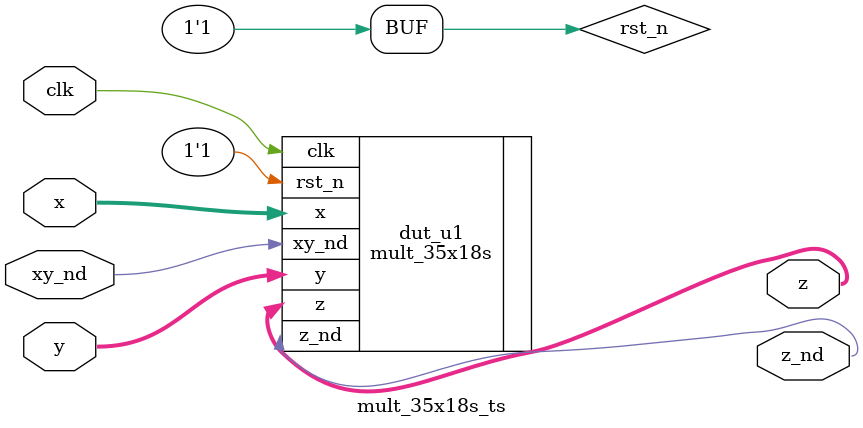
<source format=v>
/******************************************************************************
 * Copyright (c) 2010-2012, XIONLOGIC LIMITED                                 *
 * Copyright (c) 2010-2012, Niroshan Mahasinghe                               *
 * All rights reserved.                                                       *
 *                                                                            *
 * Redistribution and use in source and binary forms, with or without         *
 * modification, are permitted provided that the following conditions         *
 * are met:                                                                   *
 *                                                                            *
 *  o  Redistributions of source code must retain the above copyright         *
 *     notice, this list of conditions and the following disclaimer.          *
 *                                                                            *
 *  o  Redistributions in binary form must reproduce the above copyright      *
 *     notice, this list of conditions and the following disclaimer in        *
 *     the documentation and/or other materials provided with the             *
 *     distribution.                                                          *
 *                                                                            *
 *  o  Neither the name of XIONLOGIC LIMITED nor the names of its             *
 *     contributors may be used to endorse or promote products                *
 *     derived from this software without specific prior                      *
 *     written permission.                                                    *
 *                                                                            *
 * THIS SOFTWARE IS PROVIDED BY THE COPYRIGHT HOLDERS AND CONTRIBUTORS        *
 * "AS IS" AND ANY EXPRESS OR IMPLIED WARRANTIES, INCLUDING, BUT NOT LIMITED  *
 * TO, THE IMPLIED WARRANTIES OF MERCHANTABILITY AND FITNESS FOR A PARTICULAR *
 * PURPOSE ARE DISCLAIMED. IN NO EVENT SHALL THE COPYRIGHT HOLDER OR          *
 * CONTRIBUTORS BE LIABLE FOR ANY DIRECT, INDIRECT, INCIDENTAL, SPECIAL,      *
 * EXEMPLARY, OR CONSEQUENTIAL DAMAGES (INCLUDING, BUT NOT LIMITED TO,        *
 * PROCUREMENT OF SUBSTITUTE GOODS OR SERVICES; LOSS OF USE, DATA, OR         *
 * PROFITS; OR BUSINESS INTERRUPTION) HOWEVER CAUSED AND ON ANY THEORY OF     *
 * LIABILITY, WHETHER IN CONTRACT, STRICT LIABILITY, OR TORT (INCLUDING       *
 * NEGLIGENCE OR OTHERWISE) ARISING IN ANY WAY OUT OF THE USE OF THIS         *
 * SOFTWARE, EVEN IF ADVISED OF THE POSSIBILITY OF SUCH DAMAGE.               *
 *****************************************************************************/

/*****************************************************************************
 *  Original Author(s):
 *      Niroshan Mahasinghe, nmahasinghe@xionlogic.com
 *****************************************************************************/
/** \file
 * 35x18 bit pipelined signed multiplier trialsynth wrapper.
 * This file implements the trialsynth wrapper for the 35x18 bit pipelined
 * signed multiplier.
 */

/***************************************************************************
 * Include files
 ***************************************************************************/
`include "system.vh"

/***************************************************************************
 * Manifest constants
 ***************************************************************************/
`define X_WDTH  35
`define Y_WDTH  18

/***************************************************************************
 * Modules
 ***************************************************************************/

/** 35x18 bit pipelined signed multiplier trialsynth wrapper.
 * This module implements the trialsynth wrapper for the 35x18 bit pipelined
 * signed multiplier.
 */
module mult_35x18s_ts (
    input  wire                              clk,
   `ifdef USE_RESET
    input  wire                              e_rst_n,
   `endif
    input  wire signed         [`X_WDTH-1:0] x,
    input  wire signed         [`Y_WDTH-1:0] y,
    input  wire                              xy_nd,
    output wire signed [`X_WDTH+`Y_WDTH-1:0] z,
    output wire                              z_nd
  );

  wire  rst_n;


 `ifdef USE_RESET
  assign rst_n = e_rst_n;
 `else
  assign rst_n = 1'b1;
 `endif

  /* Instantiate the DUT. */
  mult_35x18s #(
      .X_WDTH    (`X_WDTH),
      .Y_WDTH    (`Y_WDTH)
    )
    dut_u1 (
      .clk       (clk),
      .rst_n     (rst_n),
      .x         (x),
      .y         (y),
      .xy_nd     (xy_nd),
      .z         (z),
      .z_nd      (z_nd)
    );

endmodule

/* END OF FILE */

</source>
